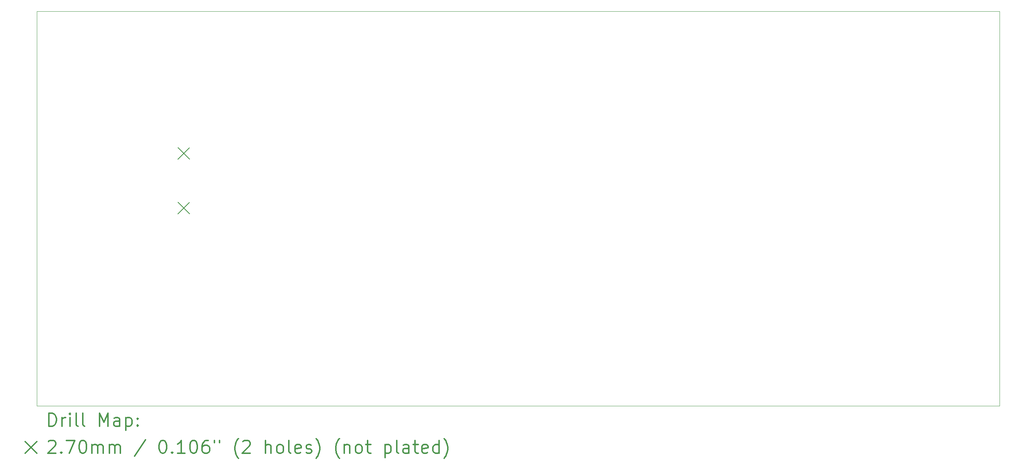
<source format=gbr>
%FSLAX45Y45*%
G04 Gerber Fmt 4.5, Leading zero omitted, Abs format (unit mm)*
G04 Created by KiCad (PCBNEW 5.1.7-a382d34a8~88~ubuntu18.04.1) date 2021-06-16 01:22:44*
%MOMM*%
%LPD*%
G01*
G04 APERTURE LIST*
%TA.AperFunction,Profile*%
%ADD10C,0.050000*%
%TD*%
%ADD11C,0.200000*%
%ADD12C,0.300000*%
G04 APERTURE END LIST*
D10*
X1778000Y-13462000D02*
X1778000Y-13487400D01*
X24130000Y-13462000D02*
X24130000Y-13487400D01*
X1778000Y-4318000D02*
X2032000Y-4318000D01*
X1778000Y-13462000D02*
X1778000Y-4318000D01*
X24130000Y-13487400D02*
X1778000Y-13487400D01*
X24130000Y-13208000D02*
X24130000Y-13462000D01*
X24130000Y-4318000D02*
X24130000Y-13208000D01*
X2032000Y-4318000D02*
X24130000Y-4318000D01*
D11*
X5054000Y-8755000D02*
X5324000Y-9025000D01*
X5324000Y-8755000D02*
X5054000Y-9025000D01*
X5054000Y-7485000D02*
X5324000Y-7755000D01*
X5324000Y-7485000D02*
X5054000Y-7755000D01*
D12*
X2061928Y-13955614D02*
X2061928Y-13655614D01*
X2133357Y-13655614D01*
X2176214Y-13669900D01*
X2204786Y-13698471D01*
X2219071Y-13727043D01*
X2233357Y-13784186D01*
X2233357Y-13827043D01*
X2219071Y-13884186D01*
X2204786Y-13912757D01*
X2176214Y-13941329D01*
X2133357Y-13955614D01*
X2061928Y-13955614D01*
X2361928Y-13955614D02*
X2361928Y-13755614D01*
X2361928Y-13812757D02*
X2376214Y-13784186D01*
X2390500Y-13769900D01*
X2419071Y-13755614D01*
X2447643Y-13755614D01*
X2547643Y-13955614D02*
X2547643Y-13755614D01*
X2547643Y-13655614D02*
X2533357Y-13669900D01*
X2547643Y-13684186D01*
X2561928Y-13669900D01*
X2547643Y-13655614D01*
X2547643Y-13684186D01*
X2733357Y-13955614D02*
X2704786Y-13941329D01*
X2690500Y-13912757D01*
X2690500Y-13655614D01*
X2890500Y-13955614D02*
X2861928Y-13941329D01*
X2847643Y-13912757D01*
X2847643Y-13655614D01*
X3233357Y-13955614D02*
X3233357Y-13655614D01*
X3333357Y-13869900D01*
X3433357Y-13655614D01*
X3433357Y-13955614D01*
X3704786Y-13955614D02*
X3704786Y-13798471D01*
X3690500Y-13769900D01*
X3661928Y-13755614D01*
X3604786Y-13755614D01*
X3576214Y-13769900D01*
X3704786Y-13941329D02*
X3676214Y-13955614D01*
X3604786Y-13955614D01*
X3576214Y-13941329D01*
X3561928Y-13912757D01*
X3561928Y-13884186D01*
X3576214Y-13855614D01*
X3604786Y-13841329D01*
X3676214Y-13841329D01*
X3704786Y-13827043D01*
X3847643Y-13755614D02*
X3847643Y-14055614D01*
X3847643Y-13769900D02*
X3876214Y-13755614D01*
X3933357Y-13755614D01*
X3961928Y-13769900D01*
X3976214Y-13784186D01*
X3990500Y-13812757D01*
X3990500Y-13898471D01*
X3976214Y-13927043D01*
X3961928Y-13941329D01*
X3933357Y-13955614D01*
X3876214Y-13955614D01*
X3847643Y-13941329D01*
X4119071Y-13927043D02*
X4133357Y-13941329D01*
X4119071Y-13955614D01*
X4104786Y-13941329D01*
X4119071Y-13927043D01*
X4119071Y-13955614D01*
X4119071Y-13769900D02*
X4133357Y-13784186D01*
X4119071Y-13798471D01*
X4104786Y-13784186D01*
X4119071Y-13769900D01*
X4119071Y-13798471D01*
X1505500Y-14314900D02*
X1775500Y-14584900D01*
X1775500Y-14314900D02*
X1505500Y-14584900D01*
X2047643Y-14314186D02*
X2061928Y-14299900D01*
X2090500Y-14285614D01*
X2161928Y-14285614D01*
X2190500Y-14299900D01*
X2204786Y-14314186D01*
X2219071Y-14342757D01*
X2219071Y-14371329D01*
X2204786Y-14414186D01*
X2033357Y-14585614D01*
X2219071Y-14585614D01*
X2347643Y-14557043D02*
X2361928Y-14571329D01*
X2347643Y-14585614D01*
X2333357Y-14571329D01*
X2347643Y-14557043D01*
X2347643Y-14585614D01*
X2461928Y-14285614D02*
X2661928Y-14285614D01*
X2533357Y-14585614D01*
X2833357Y-14285614D02*
X2861928Y-14285614D01*
X2890500Y-14299900D01*
X2904786Y-14314186D01*
X2919071Y-14342757D01*
X2933357Y-14399900D01*
X2933357Y-14471329D01*
X2919071Y-14528471D01*
X2904786Y-14557043D01*
X2890500Y-14571329D01*
X2861928Y-14585614D01*
X2833357Y-14585614D01*
X2804786Y-14571329D01*
X2790500Y-14557043D01*
X2776214Y-14528471D01*
X2761928Y-14471329D01*
X2761928Y-14399900D01*
X2776214Y-14342757D01*
X2790500Y-14314186D01*
X2804786Y-14299900D01*
X2833357Y-14285614D01*
X3061928Y-14585614D02*
X3061928Y-14385614D01*
X3061928Y-14414186D02*
X3076214Y-14399900D01*
X3104786Y-14385614D01*
X3147643Y-14385614D01*
X3176214Y-14399900D01*
X3190500Y-14428471D01*
X3190500Y-14585614D01*
X3190500Y-14428471D02*
X3204786Y-14399900D01*
X3233357Y-14385614D01*
X3276214Y-14385614D01*
X3304786Y-14399900D01*
X3319071Y-14428471D01*
X3319071Y-14585614D01*
X3461928Y-14585614D02*
X3461928Y-14385614D01*
X3461928Y-14414186D02*
X3476214Y-14399900D01*
X3504786Y-14385614D01*
X3547643Y-14385614D01*
X3576214Y-14399900D01*
X3590500Y-14428471D01*
X3590500Y-14585614D01*
X3590500Y-14428471D02*
X3604786Y-14399900D01*
X3633357Y-14385614D01*
X3676214Y-14385614D01*
X3704786Y-14399900D01*
X3719071Y-14428471D01*
X3719071Y-14585614D01*
X4304786Y-14271329D02*
X4047643Y-14657043D01*
X4690500Y-14285614D02*
X4719071Y-14285614D01*
X4747643Y-14299900D01*
X4761928Y-14314186D01*
X4776214Y-14342757D01*
X4790500Y-14399900D01*
X4790500Y-14471329D01*
X4776214Y-14528471D01*
X4761928Y-14557043D01*
X4747643Y-14571329D01*
X4719071Y-14585614D01*
X4690500Y-14585614D01*
X4661928Y-14571329D01*
X4647643Y-14557043D01*
X4633357Y-14528471D01*
X4619071Y-14471329D01*
X4619071Y-14399900D01*
X4633357Y-14342757D01*
X4647643Y-14314186D01*
X4661928Y-14299900D01*
X4690500Y-14285614D01*
X4919071Y-14557043D02*
X4933357Y-14571329D01*
X4919071Y-14585614D01*
X4904786Y-14571329D01*
X4919071Y-14557043D01*
X4919071Y-14585614D01*
X5219071Y-14585614D02*
X5047643Y-14585614D01*
X5133357Y-14585614D02*
X5133357Y-14285614D01*
X5104786Y-14328471D01*
X5076214Y-14357043D01*
X5047643Y-14371329D01*
X5404786Y-14285614D02*
X5433357Y-14285614D01*
X5461928Y-14299900D01*
X5476214Y-14314186D01*
X5490500Y-14342757D01*
X5504786Y-14399900D01*
X5504786Y-14471329D01*
X5490500Y-14528471D01*
X5476214Y-14557043D01*
X5461928Y-14571329D01*
X5433357Y-14585614D01*
X5404786Y-14585614D01*
X5376214Y-14571329D01*
X5361928Y-14557043D01*
X5347643Y-14528471D01*
X5333357Y-14471329D01*
X5333357Y-14399900D01*
X5347643Y-14342757D01*
X5361928Y-14314186D01*
X5376214Y-14299900D01*
X5404786Y-14285614D01*
X5761928Y-14285614D02*
X5704786Y-14285614D01*
X5676214Y-14299900D01*
X5661928Y-14314186D01*
X5633357Y-14357043D01*
X5619071Y-14414186D01*
X5619071Y-14528471D01*
X5633357Y-14557043D01*
X5647643Y-14571329D01*
X5676214Y-14585614D01*
X5733357Y-14585614D01*
X5761928Y-14571329D01*
X5776214Y-14557043D01*
X5790500Y-14528471D01*
X5790500Y-14457043D01*
X5776214Y-14428471D01*
X5761928Y-14414186D01*
X5733357Y-14399900D01*
X5676214Y-14399900D01*
X5647643Y-14414186D01*
X5633357Y-14428471D01*
X5619071Y-14457043D01*
X5904786Y-14285614D02*
X5904786Y-14342757D01*
X6019071Y-14285614D02*
X6019071Y-14342757D01*
X6461928Y-14699900D02*
X6447643Y-14685614D01*
X6419071Y-14642757D01*
X6404786Y-14614186D01*
X6390500Y-14571329D01*
X6376214Y-14499900D01*
X6376214Y-14442757D01*
X6390500Y-14371329D01*
X6404786Y-14328471D01*
X6419071Y-14299900D01*
X6447643Y-14257043D01*
X6461928Y-14242757D01*
X6561928Y-14314186D02*
X6576214Y-14299900D01*
X6604786Y-14285614D01*
X6676214Y-14285614D01*
X6704786Y-14299900D01*
X6719071Y-14314186D01*
X6733357Y-14342757D01*
X6733357Y-14371329D01*
X6719071Y-14414186D01*
X6547643Y-14585614D01*
X6733357Y-14585614D01*
X7090500Y-14585614D02*
X7090500Y-14285614D01*
X7219071Y-14585614D02*
X7219071Y-14428471D01*
X7204786Y-14399900D01*
X7176214Y-14385614D01*
X7133357Y-14385614D01*
X7104786Y-14399900D01*
X7090500Y-14414186D01*
X7404786Y-14585614D02*
X7376214Y-14571329D01*
X7361928Y-14557043D01*
X7347643Y-14528471D01*
X7347643Y-14442757D01*
X7361928Y-14414186D01*
X7376214Y-14399900D01*
X7404786Y-14385614D01*
X7447643Y-14385614D01*
X7476214Y-14399900D01*
X7490500Y-14414186D01*
X7504786Y-14442757D01*
X7504786Y-14528471D01*
X7490500Y-14557043D01*
X7476214Y-14571329D01*
X7447643Y-14585614D01*
X7404786Y-14585614D01*
X7676214Y-14585614D02*
X7647643Y-14571329D01*
X7633357Y-14542757D01*
X7633357Y-14285614D01*
X7904786Y-14571329D02*
X7876214Y-14585614D01*
X7819071Y-14585614D01*
X7790500Y-14571329D01*
X7776214Y-14542757D01*
X7776214Y-14428471D01*
X7790500Y-14399900D01*
X7819071Y-14385614D01*
X7876214Y-14385614D01*
X7904786Y-14399900D01*
X7919071Y-14428471D01*
X7919071Y-14457043D01*
X7776214Y-14485614D01*
X8033357Y-14571329D02*
X8061928Y-14585614D01*
X8119071Y-14585614D01*
X8147643Y-14571329D01*
X8161928Y-14542757D01*
X8161928Y-14528471D01*
X8147643Y-14499900D01*
X8119071Y-14485614D01*
X8076214Y-14485614D01*
X8047643Y-14471329D01*
X8033357Y-14442757D01*
X8033357Y-14428471D01*
X8047643Y-14399900D01*
X8076214Y-14385614D01*
X8119071Y-14385614D01*
X8147643Y-14399900D01*
X8261928Y-14699900D02*
X8276214Y-14685614D01*
X8304786Y-14642757D01*
X8319071Y-14614186D01*
X8333357Y-14571329D01*
X8347643Y-14499900D01*
X8347643Y-14442757D01*
X8333357Y-14371329D01*
X8319071Y-14328471D01*
X8304786Y-14299900D01*
X8276214Y-14257043D01*
X8261928Y-14242757D01*
X8804786Y-14699900D02*
X8790500Y-14685614D01*
X8761928Y-14642757D01*
X8747643Y-14614186D01*
X8733357Y-14571329D01*
X8719071Y-14499900D01*
X8719071Y-14442757D01*
X8733357Y-14371329D01*
X8747643Y-14328471D01*
X8761928Y-14299900D01*
X8790500Y-14257043D01*
X8804786Y-14242757D01*
X8919071Y-14385614D02*
X8919071Y-14585614D01*
X8919071Y-14414186D02*
X8933357Y-14399900D01*
X8961928Y-14385614D01*
X9004786Y-14385614D01*
X9033357Y-14399900D01*
X9047643Y-14428471D01*
X9047643Y-14585614D01*
X9233357Y-14585614D02*
X9204786Y-14571329D01*
X9190500Y-14557043D01*
X9176214Y-14528471D01*
X9176214Y-14442757D01*
X9190500Y-14414186D01*
X9204786Y-14399900D01*
X9233357Y-14385614D01*
X9276214Y-14385614D01*
X9304786Y-14399900D01*
X9319071Y-14414186D01*
X9333357Y-14442757D01*
X9333357Y-14528471D01*
X9319071Y-14557043D01*
X9304786Y-14571329D01*
X9276214Y-14585614D01*
X9233357Y-14585614D01*
X9419071Y-14385614D02*
X9533357Y-14385614D01*
X9461928Y-14285614D02*
X9461928Y-14542757D01*
X9476214Y-14571329D01*
X9504786Y-14585614D01*
X9533357Y-14585614D01*
X9861928Y-14385614D02*
X9861928Y-14685614D01*
X9861928Y-14399900D02*
X9890500Y-14385614D01*
X9947643Y-14385614D01*
X9976214Y-14399900D01*
X9990500Y-14414186D01*
X10004786Y-14442757D01*
X10004786Y-14528471D01*
X9990500Y-14557043D01*
X9976214Y-14571329D01*
X9947643Y-14585614D01*
X9890500Y-14585614D01*
X9861928Y-14571329D01*
X10176214Y-14585614D02*
X10147643Y-14571329D01*
X10133357Y-14542757D01*
X10133357Y-14285614D01*
X10419071Y-14585614D02*
X10419071Y-14428471D01*
X10404786Y-14399900D01*
X10376214Y-14385614D01*
X10319071Y-14385614D01*
X10290500Y-14399900D01*
X10419071Y-14571329D02*
X10390500Y-14585614D01*
X10319071Y-14585614D01*
X10290500Y-14571329D01*
X10276214Y-14542757D01*
X10276214Y-14514186D01*
X10290500Y-14485614D01*
X10319071Y-14471329D01*
X10390500Y-14471329D01*
X10419071Y-14457043D01*
X10519071Y-14385614D02*
X10633357Y-14385614D01*
X10561928Y-14285614D02*
X10561928Y-14542757D01*
X10576214Y-14571329D01*
X10604786Y-14585614D01*
X10633357Y-14585614D01*
X10847643Y-14571329D02*
X10819071Y-14585614D01*
X10761928Y-14585614D01*
X10733357Y-14571329D01*
X10719071Y-14542757D01*
X10719071Y-14428471D01*
X10733357Y-14399900D01*
X10761928Y-14385614D01*
X10819071Y-14385614D01*
X10847643Y-14399900D01*
X10861928Y-14428471D01*
X10861928Y-14457043D01*
X10719071Y-14485614D01*
X11119071Y-14585614D02*
X11119071Y-14285614D01*
X11119071Y-14571329D02*
X11090500Y-14585614D01*
X11033357Y-14585614D01*
X11004786Y-14571329D01*
X10990500Y-14557043D01*
X10976214Y-14528471D01*
X10976214Y-14442757D01*
X10990500Y-14414186D01*
X11004786Y-14399900D01*
X11033357Y-14385614D01*
X11090500Y-14385614D01*
X11119071Y-14399900D01*
X11233357Y-14699900D02*
X11247643Y-14685614D01*
X11276214Y-14642757D01*
X11290500Y-14614186D01*
X11304786Y-14571329D01*
X11319071Y-14499900D01*
X11319071Y-14442757D01*
X11304786Y-14371329D01*
X11290500Y-14328471D01*
X11276214Y-14299900D01*
X11247643Y-14257043D01*
X11233357Y-14242757D01*
M02*

</source>
